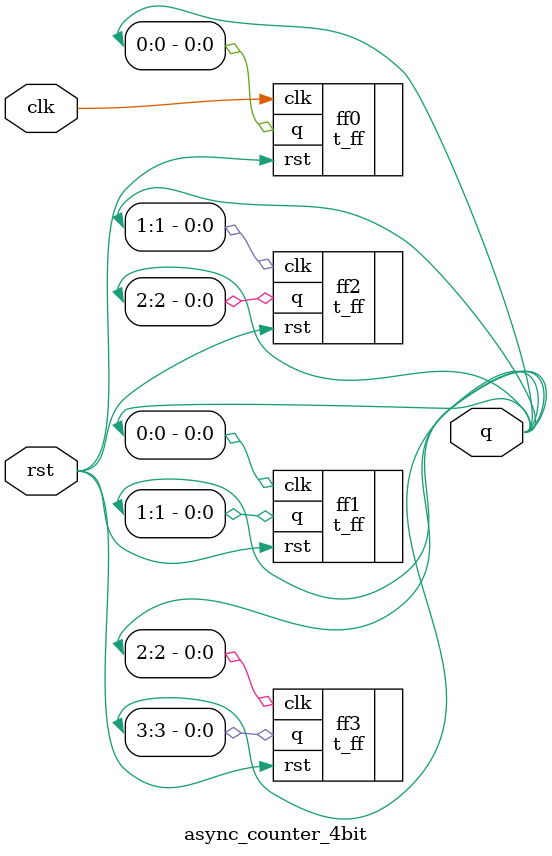
<source format=v>
`timescale 1ns / 1ps


module async_counter_4bit(
    input clk,
    input rst,
    output [3:0] q
);
    
    t_ff ff0 (.clk(clk), .rst(rst), .q(q[0]));
    t_ff ff1 (.clk(q[0]), .rst(rst), .q(q[1]));
    t_ff ff2 (.clk(q[1]), .rst(rst), .q(q[2]));
    t_ff ff3 (.clk(q[2]), .rst(rst), .q(q[3]));
    
endmodule

</source>
